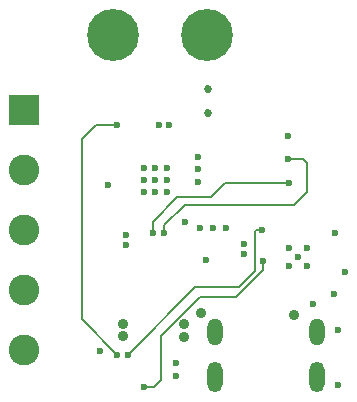
<source format=gbr>
%TF.GenerationSoftware,KiCad,Pcbnew,(6.0.0-0)*%
%TF.CreationDate,2022-12-06T19:34:54+01:00*%
%TF.ProjectId,esp32-led,65737033-322d-46c6-9564-2e6b69636164,rev?*%
%TF.SameCoordinates,Original*%
%TF.FileFunction,Copper,L4,Bot*%
%TF.FilePolarity,Positive*%
%FSLAX46Y46*%
G04 Gerber Fmt 4.6, Leading zero omitted, Abs format (unit mm)*
G04 Created by KiCad (PCBNEW (6.0.0-0)) date 2022-12-06 19:34:54*
%MOMM*%
%LPD*%
G01*
G04 APERTURE LIST*
%TA.AperFunction,ComponentPad*%
%ADD10R,2.600000X2.600000*%
%TD*%
%TA.AperFunction,ComponentPad*%
%ADD11C,2.600000*%
%TD*%
%TA.AperFunction,ComponentPad*%
%ADD12C,0.600000*%
%TD*%
%TA.AperFunction,ComponentPad*%
%ADD13C,4.400000*%
%TD*%
%TA.AperFunction,ComponentPad*%
%ADD14O,1.300000X2.300000*%
%TD*%
%TA.AperFunction,ComponentPad*%
%ADD15O,1.300000X2.600000*%
%TD*%
%TA.AperFunction,ViaPad*%
%ADD16C,0.600000*%
%TD*%
%TA.AperFunction,ViaPad*%
%ADD17C,0.685800*%
%TD*%
%TA.AperFunction,ViaPad*%
%ADD18C,0.889000*%
%TD*%
%TA.AperFunction,Conductor*%
%ADD19C,0.127000*%
%TD*%
G04 APERTURE END LIST*
D10*
%TO.P,J2,1,Pin_1*%
%TO.N,+5V*%
X10795000Y25360000D03*
D11*
%TO.P,J2,2,Pin_2*%
%TO.N,GPIO26*%
X10795000Y20280000D03*
%TO.P,J2,3,Pin_3*%
%TO.N,GND*%
X10795000Y15200000D03*
%TO.P,J2,4,Pin_4*%
%TO.N,+5V*%
X10795000Y10120000D03*
%TO.P,J2,5,Pin_5*%
%TO.N,GND*%
X10795000Y5040000D03*
%TD*%
D12*
%TO.P,U1,25,GND*%
%TO.N,GND*%
X34730000Y13650000D03*
X33980000Y12900000D03*
X33230000Y13650000D03*
X33230000Y12150000D03*
X34730000Y12150000D03*
%TD*%
D13*
%TO.P,H1,1,1*%
%TO.N,GND*%
X18300000Y31700000D03*
%TD*%
D14*
%TO.P,J1,S1,SHIELD*%
%TO.N,GND*%
X35620000Y6575000D03*
D15*
X35620000Y2750000D03*
X26980000Y2750000D03*
D14*
X26980000Y6575000D03*
%TD*%
D12*
%TO.P,IC1,49,EP*%
%TO.N,GND*%
X21925000Y18450000D03*
X20925000Y20450000D03*
X21925000Y19450000D03*
X22925000Y19450000D03*
X21925000Y20450000D03*
X22925000Y20450000D03*
X20925000Y19450000D03*
X20925000Y18450000D03*
X22925000Y18450000D03*
%TD*%
D13*
%TO.P,H2,1,1*%
%TO.N,GND*%
X26300000Y31700000D03*
%TD*%
D16*
%TO.N,GND*%
X37400000Y2100000D03*
X19450000Y14800000D03*
X23650000Y3900000D03*
X19450000Y13900000D03*
X37400000Y6750000D03*
X29400000Y13200000D03*
X23650000Y2800000D03*
D17*
X26390000Y27100000D03*
D16*
X29400000Y14000000D03*
X17200000Y4950000D03*
X26250000Y12650000D03*
D17*
X26390000Y25100000D03*
D16*
X37080000Y9800000D03*
%TO.N,EN*%
X18700000Y4650000D03*
X18700000Y24100000D03*
%TO.N,+3V3*%
X25550000Y20325000D03*
X26800000Y15400000D03*
X23050000Y24100000D03*
X37180000Y14950000D03*
X25700000Y15400000D03*
X22250000Y24100000D03*
X24400000Y15850000D03*
X37980000Y11680000D03*
X27900000Y15400000D03*
X17900000Y19000000D03*
X25550000Y21400000D03*
X33200000Y23200000D03*
X25560000Y19275000D03*
X35280000Y8900000D03*
%TO.N,SCL*%
X33250000Y19200000D03*
X21700000Y14950000D03*
%TO.N,SDA*%
X22700000Y14950000D03*
X33200000Y21200000D03*
D18*
%TO.N,+5V*%
X19225000Y7275000D03*
X19225000Y6200000D03*
%TO.N,/5V to 3.3V Power/VBUS*%
X24350000Y7250000D03*
X24350000Y6175000D03*
X33650000Y8000000D03*
X25800000Y8200000D03*
D16*
%TO.N,/USB to UART /RTS*%
X19600000Y4650000D03*
X30975000Y15225000D03*
%TO.N,/USB to UART /DTR*%
X31000000Y12600000D03*
X21000000Y1950000D03*
%TD*%
D19*
%TO.N,EN*%
X18700000Y4650000D02*
X15725000Y7625000D01*
X15725000Y7625000D02*
X15725000Y22925000D01*
X16900000Y24100000D02*
X18700000Y24100000D01*
X15725000Y22925000D02*
X16900000Y24100000D01*
%TO.N,SCL*%
X27850000Y19200000D02*
X33250000Y19200000D01*
X21700000Y14950000D02*
X21700000Y15900000D01*
X21700000Y15900000D02*
X23800000Y18000000D01*
X23800000Y18000000D02*
X26650000Y18000000D01*
X26650000Y18000000D02*
X27850000Y19200000D01*
%TO.N,SDA*%
X33650000Y17350000D02*
X34750000Y18450000D01*
X34750000Y20850000D02*
X34400000Y21200000D01*
X22700000Y14950000D02*
X22700000Y15650000D01*
X34400000Y21200000D02*
X33200000Y21200000D01*
X22700000Y15650000D02*
X24400000Y17350000D01*
X34750000Y18450000D02*
X34750000Y20850000D01*
X24400000Y17350000D02*
X33650000Y17350000D01*
%TO.N,/USB to UART /RTS*%
X30400000Y11750000D02*
X30400000Y15075000D01*
X25325000Y10375000D02*
X29025000Y10375000D01*
X29025000Y10375000D02*
X30400000Y11750000D01*
X30550000Y15225000D02*
X30975000Y15225000D01*
X30400000Y15075000D02*
X30550000Y15225000D01*
X19600000Y4650000D02*
X25325000Y10375000D01*
%TO.N,/USB to UART /DTR*%
X22400000Y2525000D02*
X21825000Y1950000D01*
X25675000Y9500000D02*
X22400000Y6225000D01*
X22400000Y6225000D02*
X22400000Y2525000D01*
X28725000Y9500000D02*
X25675000Y9500000D01*
X21825000Y1950000D02*
X21000000Y1950000D01*
X31000000Y11775000D02*
X28725000Y9500000D01*
X31000000Y12600000D02*
X31000000Y11775000D01*
%TD*%
M02*

</source>
